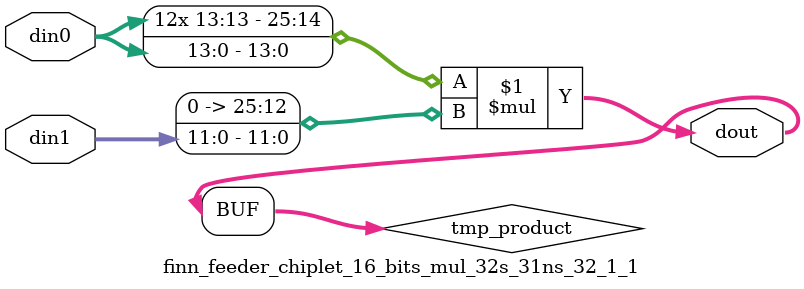
<source format=v>

`timescale 1 ns / 1 ps

  module finn_feeder_chiplet_16_bits_mul_32s_31ns_32_1_1(din0, din1, dout);
parameter ID = 1;
parameter NUM_STAGE = 0;
parameter din0_WIDTH = 14;
parameter din1_WIDTH = 12;
parameter dout_WIDTH = 26;

input [din0_WIDTH - 1 : 0] din0; 
input [din1_WIDTH - 1 : 0] din1; 
output [dout_WIDTH - 1 : 0] dout;

wire signed [dout_WIDTH - 1 : 0] tmp_product;












assign tmp_product = $signed(din0) * $signed({1'b0, din1});









assign dout = tmp_product;







endmodule

</source>
